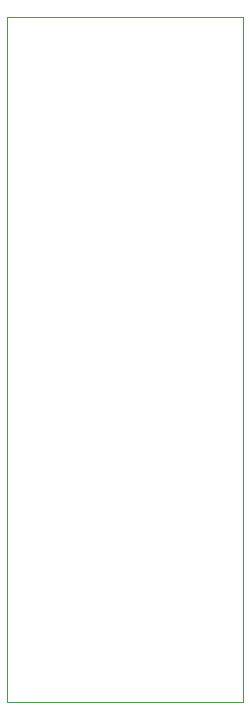
<source format=gm1>
G04*
G04 #@! TF.GenerationSoftware,Altium Limited,Altium Designer,23.1.1 (15)*
G04*
G04 Layer_Color=16711935*
%FSLAX44Y44*%
%MOMM*%
G71*
G04*
G04 #@! TF.SameCoordinates,0A2B7A54-8BD8-49A5-B6CA-EEF6859B9906*
G04*
G04*
G04 #@! TF.FilePolarity,Positive*
G04*
G01*
G75*
%ADD10C,0.1000*%
D10*
X40000Y0D02*
X160000D01*
X0D02*
Y580000D01*
X200000D01*
Y0D02*
Y580000D01*
X0Y0D02*
X200000D01*
M02*

</source>
